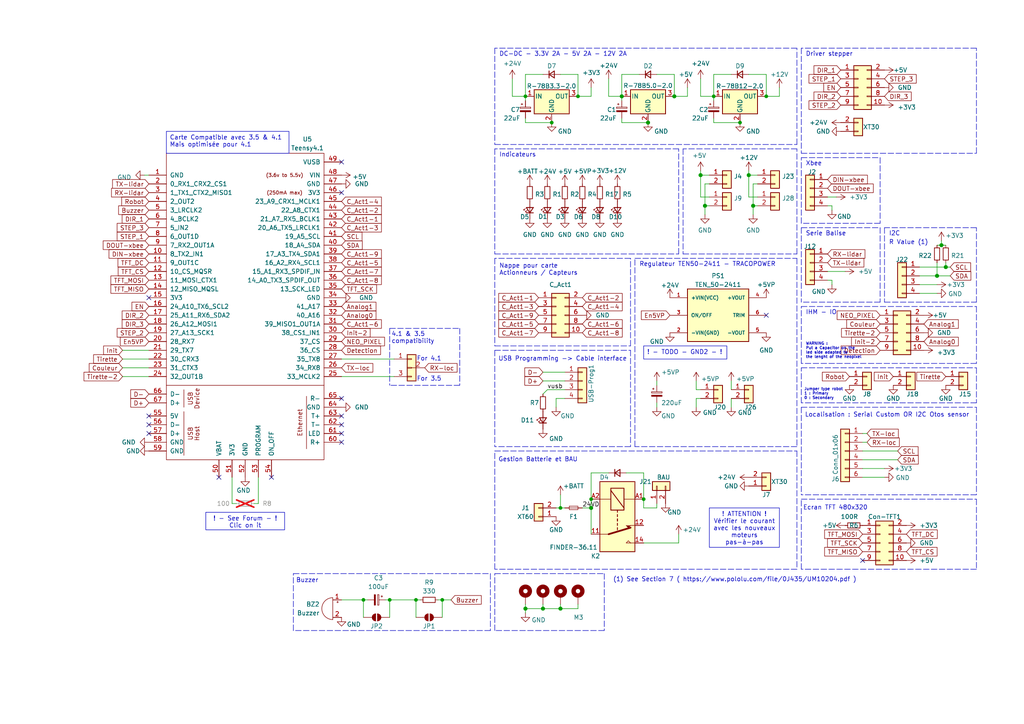
<source format=kicad_sch>
(kicad_sch (version 20231120) (generator "eeschema") (generator_version "8.0")
  (paper "A4")
  (title_block (title "Main Board 2025") (date "2024-05-16") (rev "1") (company "Les Karibous") (comment 1 "Version Teensy 4.1"))
  (junction (at 204.47 59.69) (diameter 1.016))
  (junction (at 152.4 27.94))
  (junction (at 218.44 59.69) (diameter 1.016))
  (junction (at 162.56 147.32))
  (junction (at 207.01 27.94))
  (junction (at 271.78 80.01) (diameter 1.016))
  (junction (at 186.69 144.78))
  (junction (at 273.05 71.12) (diameter 1.016))
  (junction (at 160.02 35.56))
  (junction (at 222.25 27.94))
  (junction (at 120.65 173.99))
  (junction (at 128.27 173.99))
  (junction (at 217.17 50.8) (diameter 1.016))
  (junction (at 171.45 144.78))
  (junction (at 180.34 27.94) (diameter 1.016))
  (junction (at 171.45 147.32) (diameter 1.016))
  (junction (at 105.41 173.99))
  (junction (at 162.56 176.53) (diameter 1.016))
  (junction (at 157.48 176.53) (diameter 1.016))
  (junction (at 167.64 27.94))
  (junction (at 195.58 27.94) (diameter 1.016))
  (junction (at 187.96 35.56) (diameter 1.016))
  (junction (at 113.03 173.99))
  (junction (at 152.4 176.53) (diameter 1.016))
  (junction (at 203.2 50.8) (diameter 1.016))
  (junction (at 214.63 35.56))
  (junction (at 274.32 77.47) (diameter 1.016))
  (no_connect (at 99.06 115.57))
  (no_connect (at 222.25 91.44))
  (no_connect (at 250.19 162.56))
  (no_connect (at 78.74 138.43))
  (no_connect (at 43.18 120.65))
  (no_connect (at 99.06 46.99))
  (no_connect (at 43.18 123.19))
  (no_connect (at 63.5 138.43))
  (no_connect (at 99.06 55.88))
  (no_connect (at 99.06 123.19))
  (no_connect (at 43.18 125.73))
  (no_connect (at 99.06 125.73))
  (no_connect (at 43.18 86.36))
  (no_connect (at 99.06 120.65))
  (no_connect (at 99.06 128.27))
  (polyline (pts (xy 283.21 88.9) (xy 283.21 105.41)) (stroke (width 0) (type dash)))
  (polyline (pts (xy 133.35 95.25) (xy 133.35 111.76)) (stroke (width 0) (type dash)))
  (wire (pts (xy 207.01 35.56) (xy 214.63 35.56)))
  (wire (pts (xy 190.5 21.59) (xy 195.58 21.59)))
  (wire (pts (xy 195.58 21.59) (xy 195.58 27.94)))
  (wire (pts (xy 35.56 109.22) (xy 43.18 109.22)))
  (wire (pts (xy 99.06 173.99) (xy 105.41 173.99)))
  (wire (pts (xy 250.19 130.81) (xy 260.35 130.81)))
  (wire (pts (xy 176.53 22.86) (xy 176.53 27.94)))
  (wire (pts (xy 250.19 125.73) (xy 251.46 125.73)))
  (wire (pts (xy 35.56 101.6) (xy 43.18 101.6)))
  (wire (pts (xy 250.19 128.27) (xy 251.46 128.27)))
  (polyline (pts (xy 231.14 129.54) (xy 184.15 129.54)) (stroke (width 0) (type dash)))
  (wire (pts (xy 128.27 173.99) (xy 128.27 179.07)))
  (wire (pts (xy 207.01 21.59) (xy 207.01 27.94)))
  (polyline (pts (xy 283.21 116.84) (xy 232.41 116.84)) (stroke (width 0) (type dash)))
  (wire (pts (xy 158.75 113.03) (xy 157.48 114.3)))
  (polyline (pts (xy 175.26 182.88) (xy 143.51 182.88)) (stroke (width 0) (type dash)))
  (wire (pts (xy 203.2 22.86) (xy 203.2 27.94)))
  (polyline (pts (xy 85.09 166.37) (xy 142.24 166.37)) (stroke (width 0) (type dash)))
  (wire (pts (xy 271.78 80.01) (xy 275.59 80.01)))
  (wire (pts (xy 186.69 144.78) (xy 186.69 147.32)))
  (polyline (pts (xy 231.14 74.93) (xy 231.14 129.54)) (stroke (width 0) (type dash)))
  (polyline (pts (xy 143.51 74.93) (xy 143.51 100.33)) (stroke (width 0) (type dash)))
  (wire (pts (xy 111.76 173.99) (xy 113.03 173.99)))
  (wire (pts (xy 266.7 82.55) (xy 271.78 82.55)))
  (wire (pts (xy 73.66 146.05) (xy 74.93 146.05)))
  (wire (pts (xy 212.09 115.57) (xy 212.09 118.11)))
  (wire (pts (xy 152.4 34.29) (xy 152.4 35.56)))
  (wire (pts (xy 203.2 27.94) (xy 207.01 27.94)))
  (wire (pts (xy 274.32 76.2) (xy 274.32 77.47)))
  (wire (pts (xy 162.56 175.26) (xy 162.56 176.53)))
  (wire (pts (xy 41.91 50.8) (xy 43.18 50.8)))
  (polyline (pts (xy 232.41 116.84) (xy 232.41 106.68)) (stroke (width 0) (type dash)))
  (wire (pts (xy 217.17 50.8) (xy 217.17 49.53)))
  (wire (pts (xy 219.71 50.8) (xy 217.17 50.8)))
  (polyline (pts (xy 142.24 166.37) (xy 142.24 182.88)) (stroke (width 0) (type dash)))
  (wire (pts (xy 201.93 118.11) (xy 201.93 115.57)))
  (wire (pts (xy 201.93 115.57) (xy 203.2 115.57)))
  (wire (pts (xy 171.45 27.94) (xy 167.64 27.94)))
  (wire (pts (xy 163.83 113.03) (xy 158.75 113.03)))
  (wire (pts (xy 99.06 109.22) (xy 114.3 109.22)))
  (wire (pts (xy 226.06 27.94) (xy 222.25 27.94)))
  (wire (pts (xy 190.5 146.05) (xy 190.5 147.32)))
  (wire (pts (xy 190.5 147.32) (xy 186.69 147.32)))
  (wire (pts (xy 180.34 27.94) (xy 180.34 29.21)))
  (wire (pts (xy 190.5 110.49) (xy 190.5 111.76)))
  (wire (pts (xy 180.34 34.29) (xy 180.34 35.56)))
  (wire (pts (xy 180.34 35.56) (xy 187.96 35.56)))
  (polyline (pts (xy 113.03 95.25) (xy 133.35 95.25)) (stroke (width 0) (type dash)))
  (wire (pts (xy 250.19 135.89) (xy 256.54 135.89)))
  (polyline (pts (xy 198.12 43.18) (xy 198.12 73.66)) (stroke (width 0) (type dash)))
  (polyline (pts (xy 182.88 101.6) (xy 182.88 129.54)) (stroke (width 0) (type dash)))
  (wire (pts (xy 157.48 107.95) (xy 163.83 107.95)))
  (wire (pts (xy 152.4 35.56) (xy 160.02 35.56)))
  (wire (pts (xy 167.64 21.59) (xy 167.64 27.94)))
  (polyline (pts (xy 232.41 106.68) (xy 283.21 106.68)) (stroke (width 0) (type dash)))
  (polyline (pts (xy 232.41 144.78) (xy 283.21 144.78)) (stroke (width 0) (type dash)))
  (polyline (pts (xy 143.51 166.37) (xy 175.26 166.37)) (stroke (width 0) (type dash)))
  (wire (pts (xy 120.65 173.99) (xy 120.65 179.07)))
  (wire (pts (xy 222.25 21.59) (xy 222.25 27.94)))
  (wire (pts (xy 67.31 138.43) (xy 67.31 146.05)))
  (wire (pts (xy 35.56 106.68) (xy 43.18 106.68)))
  (wire (pts (xy 203.2 57.15) (xy 203.2 50.8)))
  (wire (pts (xy 157.48 175.26) (xy 157.48 176.53)))
  (polyline (pts (xy 232.41 64.77) (xy 232.41 45.72)) (stroke (width 0) (type dash)))
  (wire (pts (xy 207.01 34.29) (xy 207.01 35.56)))
  (polyline (pts (xy 232.41 165.1) (xy 232.41 144.78)) (stroke (width 0) (type dash)))
  (wire (pts (xy 266.7 85.09) (xy 271.78 85.09)))
  (wire (pts (xy 201.93 113.03) (xy 201.93 110.49)))
  (wire (pts (xy 203.2 113.03) (xy 201.93 113.03)))
  (polyline (pts (xy 196.85 73.66) (xy 196.85 43.18)) (stroke (width 0) (type dash)))
  (wire (pts (xy 74.93 138.43) (xy 74.93 146.05)))
  (wire (pts (xy 67.31 146.05) (xy 68.58 146.05)))
  (polyline (pts (xy 184.15 129.54) (xy 184.15 74.93)) (stroke (width 0) (type dash)))
  (wire (pts (xy 273.05 69.85) (xy 273.05 71.12)))
  (wire (pts (xy 35.56 104.14) (xy 43.18 104.14)))
  (polyline (pts (xy 232.41 45.72) (xy 255.27 45.72)) (stroke (width 0) (type dash)))
  (wire (pts (xy 171.45 25.4) (xy 171.45 27.94)))
  (wire (pts (xy 148.59 27.94) (xy 152.4 27.94)))
  (polyline (pts (xy 184.15 74.93) (xy 231.14 74.93)) (stroke (width 0) (type dash)))
  (polyline (pts (xy 231.14 13.97) (xy 143.51 13.97)) (stroke (width 0) (type dash)))
  (polyline (pts (xy 231.14 41.91) (xy 231.14 13.97)) (stroke (width 0) (type dash)))
  (polyline (pts (xy 143.51 41.91) (xy 231.14 41.91)) (stroke (width 0) (type dash)))
  (polyline (pts (xy 143.51 13.97) (xy 143.51 41.91)) (stroke (width 0) (type dash)))
  (wire (pts (xy 171.45 144.78) (xy 171.45 137.16)))
  (wire (pts (xy 226.06 25.4) (xy 226.06 27.94)))
  (polyline (pts (xy 85.09 182.88) (xy 85.09 166.37)) (stroke (width 0) (type dash)))
  (polyline (pts (xy 142.24 182.88) (xy 85.09 182.88)) (stroke (width 0) (type dash)))
  (wire (pts (xy 157.48 21.59) (xy 152.4 21.59)))
  (wire (pts (xy 241.3 59.69) (xy 241.3 60.96)))
  (wire (pts (xy 161.29 115.57) (xy 161.29 118.11)))
  (wire (pts (xy 205.74 57.15) (xy 203.2 57.15)))
  (wire (pts (xy 240.03 78.74) (xy 245.11 78.74)))
  (polyline (pts (xy 231.14 43.18) (xy 198.12 43.18)) (stroke (width 0) (type dash)))
  (wire (pts (xy 218.44 59.69) (xy 219.71 59.69)))
  (polyline (pts (xy 182.88 129.54) (xy 143.51 129.54)) (stroke (width 0) (type dash)))
  (polyline (pts (xy 133.35 111.76) (xy 113.03 111.76)) (stroke (width 0) (type dash)))
  (wire (pts (xy 176.53 27.94) (xy 180.34 27.94)))
  (polyline (pts (xy 232.41 118.11) (xy 232.41 143.51)) (stroke (width 0) (type dash)))
  (wire (pts (xy 152.4 21.59) (xy 152.4 27.94)))
  (wire (pts (xy 205.74 50.8) (xy 203.2 50.8)))
  (wire (pts (xy 250.19 133.35) (xy 260.35 133.35)))
  (wire (pts (xy 105.41 173.99) (xy 105.41 179.07)))
  (polyline (pts (xy 232.41 66.04) (xy 232.41 87.63)) (stroke (width 0) (type dash)))
  (polyline (pts (xy 255.27 66.04) (xy 255.27 87.63)) (stroke (width 0) (type dash)))
  (polyline (pts (xy 232.41 66.04) (xy 255.27 66.04)) (stroke (width 0) (type dash)))
  (polyline (pts (xy 255.27 87.63) (xy 232.41 87.63)) (stroke (width 0) (type dash)))
  (wire (pts (xy 266.7 80.01) (xy 271.78 80.01)))
  (wire (pts (xy 271.78 76.2) (xy 271.78 80.01)))
  (wire (pts (xy 204.47 59.69) (xy 205.74 59.69)))
  (wire (pts (xy 113.03 173.99) (xy 120.65 173.99)))
  (wire (pts (xy 181.61 137.16) (xy 186.69 137.16)))
  (wire (pts (xy 203.2 50.8) (xy 203.2 49.53)))
  (wire (pts (xy 196.85 154.94) (xy 196.85 157.48)))
  (polyline (pts (xy 143.51 43.18) (xy 143.51 73.66)) (stroke (width 0) (type dash)))
  (polyline (pts (xy 143.51 165.1) (xy 143.51 130.81)) (stroke (width 0) (type dash)))
  (polyline (pts (xy 231.14 130.81) (xy 231.14 165.1)) (stroke (width 0) (type dash)))
  (polyline (pts (xy 143.51 130.81) (xy 231.14 130.81)) (stroke (width 0) (type dash)))
  (polyline (pts (xy 231.14 165.1) (xy 143.51 165.1)) (stroke (width 0) (type dash)))
  (wire (pts (xy 99.06 104.14) (xy 114.3 104.14)))
  (polyline (pts (xy 182.88 74.93) (xy 143.51 74.93)) (stroke (width 0) (type dash)))
  (wire (pts (xy 205.74 53.34) (xy 204.47 53.34)))
  (wire (pts (xy 271.78 71.12) (xy 273.05 71.12)))
  (wire (pts (xy 273.05 71.12) (xy 274.32 71.12)))
  (wire (pts (xy 113.03 173.99) (xy 113.03 179.07)))
  (wire (pts (xy 212.09 21.59) (xy 207.01 21.59)))
  (wire (pts (xy 105.41 173.99) (xy 106.68 173.99)))
  (wire (pts (xy 204.47 53.34) (xy 204.47 59.69)))
  (wire (pts (xy 204.47 59.69) (xy 204.47 62.23)))
  (wire (pts (xy 185.42 21.59) (xy 180.34 21.59)))
  (wire (pts (xy 180.34 21.59) (xy 180.34 27.94)))
  (wire (pts (xy 199.39 25.4) (xy 199.39 27.94)))
  (wire (pts (xy 199.39 27.94) (xy 195.58 27.94)))
  (wire (pts (xy 190.5 116.84) (xy 190.5 118.11)))
  (wire (pts (xy 186.69 137.16) (xy 186.69 144.78)))
  (wire (pts (xy 171.45 147.32) (xy 171.45 144.78)))
  (wire (pts (xy 171.45 137.16) (xy 176.53 137.16)))
  (polyline (pts (xy 143.51 101.6) (xy 182.88 101.6)) (stroke (width 0) (type dash)))
  (polyline (pts (xy 143.51 101.6) (xy 143.51 129.54)) (stroke (width 0) (type dash)))
  (polyline (pts (xy 143.51 100.33) (xy 182.88 100.33)) (stroke (width 0) (type dash)))
  (wire (pts (xy 217.17 57.15) (xy 217.17 50.8)))
  (wire (pts (xy 219.71 57.15) (xy 217.17 57.15)))
  (wire (pts (xy 240.03 81.28) (xy 241.3 81.28)))
  (wire (pts (xy 241.3 81.28) (xy 241.3 82.55)))
  (wire (pts (xy 120.65 173.99) (xy 121.92 173.99)))
  (polyline (pts (xy 283.21 144.78) (xy 283.21 165.1)) (stroke (width 0) (type dash)))
  (polyline (pts (xy 231.14 73.66) (xy 231.14 43.18)) (stroke (width 0) (type dash)))
  (wire (pts (xy 186.69 157.48) (xy 196.85 157.48)))
  (wire (pts (xy 250.19 138.43) (xy 256.54 138.43)))
  (wire (pts (xy 148.59 22.86) (xy 148.59 27.94)))
  (polyline (pts (xy 283.21 106.68) (xy 283.21 116.84)) (stroke (width 0) (type dash)))
  (wire (pts (xy 162.56 147.32) (xy 163.83 147.32)))
  (wire (pts (xy 162.56 143.51) (xy 162.56 147.32)))
  (polyline (pts (xy 283.21 105.41) (xy 232.41 105.41)) (stroke (width 0) (type dash)))
  (polyline (pts (xy 255.27 64.77) (xy 232.41 64.77)) (stroke (width 0) (type dash)))
  (wire (pts (xy 217.17 21.59) (xy 222.25 21.59)))
  (polyline (pts (xy 143.51 73.66) (xy 196.85 73.66)) (stroke (width 0) (type dash)))
  (wire (pts (xy 207.01 27.94) (xy 207.01 29.21)))
  (wire (pts (xy 240.03 57.15) (xy 242.57 57.15)))
  (wire (pts (xy 128.27 173.99) (xy 130.81 173.99)))
  (polyline (pts (xy 232.41 88.9) (xy 283.21 88.9)) (stroke (width 0) (type dash)))
  (polyline (pts (xy 255.27 45.72) (xy 255.27 64.77)) (stroke (width 0) (type dash)))
  (polyline (pts (xy 143.51 182.88) (xy 143.51 166.37)) (stroke (width 0) (type dash)))
  (wire (pts (xy 171.45 147.32) (xy 171.45 154.94)))
  (polyline (pts (xy 182.88 100.33) (xy 182.88 74.93)) (stroke (width 0) (type dash)))
  (wire (pts (xy 168.91 147.32) (xy 171.45 147.32)))
  (wire (pts (xy 161.29 115.57) (xy 163.83 115.57)))
  (wire (pts (xy 152.4 27.94) (xy 152.4 29.21)))
  (wire (pts (xy 212.09 110.49) (xy 212.09 113.03)))
  (polyline (pts (xy 196.85 43.18) (xy 143.51 43.18)) (stroke (width 0) (type dash)))
  (polyline (pts (xy 283.21 165.1) (xy 232.41 165.1)) (stroke (width 0) (type dash)))
  (wire (pts (xy 157.48 110.49) (xy 163.83 110.49)))
  (polyline (pts (xy 283.21 87.63) (xy 283.21 66.04)) (stroke (width 0) (type dash)))
  (polyline (pts (xy 256.54 87.63) (xy 283.21 87.63)) (stroke (width 0) (type dash)))
  (polyline (pts (xy 283.21 66.04) (xy 256.54 66.04)) (stroke (width 0) (type dash)))
  (polyline (pts (xy 256.54 66.04) (xy 256.54 87.63)) (stroke (width 0) (type dash)))
  (wire (pts (xy 274.32 77.47) (xy 275.59 77.47)))
  (wire (pts (xy 266.7 77.47) (xy 274.32 77.47)))
  (wire (pts (xy 240.03 59.69) (xy 241.3 59.69)))
  (polyline (pts (xy 232.41 13.97) (xy 232.41 44.45)) (stroke (width 0) (type dash)))
  (polyline (pts (xy 232.41 44.45) (xy 283.21 44.45)) (stroke (width 0) (type dash)))
  (polyline (pts (xy 283.21 44.45) (xy 283.21 13.97)) (stroke (width 0) (type dash)))
  (polyline (pts (xy 283.21 13.97) (xy 232.41 13.97)) (stroke (width 0) (type dash)))
  (polyline (pts (xy 283.21 143.51) (xy 232.41 143.51)) (stroke (width 0) (type dash)))
  (polyline (pts (xy 198.12 73.66) (xy 231.14 73.66)) (stroke (width 0) (type dash)))
  (polyline (pts (xy 175.26 166.37) (xy 175.26 182.88)) (stroke (width 0) (type dash)))
  (polyline (pts (xy 232.41 118.11) (xy 283.21 118.11)) (stroke (width 0) (type dash)))
  (wire (pts (xy 157.48 176.53) (xy 152.4 176.53)))
  (wire (pts (xy 167.64 175.26) (xy 167.64 176.53)))
  (wire (pts (xy 167.64 176.53) (xy 162.56 176.53)))
  (wire (pts (xy 162.56 176.53) (xy 157.48 176.53)))
  (wire (pts (xy 161.29 147.32) (xy 162.56 147.32)))
  (polyline (pts (xy 232.41 105.41) (xy 232.41 88.9)) (stroke (width 0) (type dash)))
  (wire (pts (xy 152.4 175.26) (xy 152.4 176.53)))
  (wire (pts (xy 152.4 176.53) (xy 152.4 177.8)))
  (wire (pts (xy 162.56 21.59) (xy 167.64 21.59)))
  (polyline (pts (xy 283.21 118.11) (xy 283.21 143.51)) (stroke (width 0) (type dash)))
  (wire (pts (xy 127 173.99) (xy 128.27 173.99)))
  (wire (pts (xy 218.44 53.34) (xy 218.44 59.69)))
  (wire (pts (xy 219.71 53.34) (xy 218.44 53.34)))
  (wire (pts (xy 218.44 59.69) (xy 218.44 62.23)))
  (polyline (pts (xy 113.03 95.25) (xy 113.03 111.76)) (stroke (width 0) (type dash)))
  (text_box "Carte Compatible avec 3.5 & 4.1\nMais optimisée pour 4.1" (at 48.26 38.1 0) (size 35.56 6.35) (effects (font (size 1.27 1.27)) (justify left top)))
  (text_box "! - See Forum - !\nClic on it" (at 59.69 148.59 0) (size 22.86 5.08) (effects (font (size 1.27 1.27)) (justify top)))
  (text_box "! ATTENTION !\nVérifier le courant\navec les nouveaux\nmoteurs pas-à-pas" (at 205.74 147.32 0) (size 20.32 11.43) (effects (font (size 1.27 1.27)) (justify top)))
  (text_box "! - TODO - GND2 - !" (at 186.69 100.33 0) (size 24.13 3.81) (effects (font (size 1.27 1.27)) (justify left top)))
  (text "Localisation : Serial Custom OR I2C Otos sensor" (at 233.426 121.158 0) (effects (font (size 1.27 1.27)) (justify left bottom)))
  (text "USB Programming -> Cable interface" (at 144.526 104.902 0) (effects (font (size 1.27 1.27)) (justify left bottom)))
  (text "Nappe pour carte\nActionneurs / Capteurs" (at 144.78 80.01 0) (effects (font (size 1.27 1.27)) (justify left bottom)))
  (text "Gestion Batterie et BAU" (at 144.526 134.112 0) (effects (font (size 1.27 1.27)) (justify left bottom)))
  (text "WARNING :\nPut a Capacitor on the \nled side adapted to \nthe lenght of the neopixel" (at 233.68 104.14 0) (effects (font (size 0.8 0.8)) (justify left bottom)))
  (text "For 4.1" (at 124.46 104.14 0) (effects (font (size 1.27 1.27))))
  (text "4.1 & 3.5 \ncompatibility" (at 113.538 98.044 0) (effects (font (size 1.27 1.27)) (justify left)))
  (text "(1) See Section 7 ( https://www.pololu.com/file/0J435/UM10204.pdf )" (at 177.8 168.91 0) (effects (font (size 1.27 1.27)) (justify left bottom)))
  (text "Serie Balise" (at 233.68 68.58 0) (effects (font (size 1.27 1.27)) (justify left bottom)))
  (text "Buzzer" (at 85.852 169.164 0) (effects (font (size 1.27 1.27)) (justify left bottom)))
  (text "Jumper type robot\n1 : Primary\n0 : Secondary" (at 233.2093 116.0303 0) (effects (font (size 0.8 0.8)) (justify left bottom)))
  (text "Driver stepper" (at 233.68 16.51 0) (effects (font (size 1.27 1.27)) (justify left bottom)))
  (text "Xbee" (at 233.68 48.26 0) (effects (font (size 1.27 1.27)) (justify left bottom)))
  (text "Ecran TFT 480x320" (at 232.918 148.082 0) (effects (font (size 1.27 1.27)) (justify left bottom)))
  (text "DC-DC - 3.3V 2A - 5V 2A - 12V 2A" (at 144.78 16.51 0) (effects (font (size 1.27 1.27)) (justify left bottom)))
  (text "For 3.5" (at 124.46 109.982 0) (effects (font (size 1.27 1.27))))
  (text "R Value (1)" (at 257.81 71.12 0) (effects (font (size 1.27 1.27)) (justify left bottom)))
  (text "Regulateur TEN50-2411 - TRACOPOWER" (at 185.42 77.47 0) (effects (font (size 1.27 1.27)) (justify left bottom)))
  (text "Indicateurs" (at 144.78 45.72 0) (effects (font (size 1.27 1.27)) (justify left bottom)))
  (text "IHM - IO" (at 233.68 91.44 0) (effects (font (size 1.27 1.27)) (justify left bottom)))
  (text "I2C" (at 257.81 68.58 0) (effects (font (size 1.27 1.27)) (justify left bottom)))
  (label "vusb" (at 158.75 113.03 0))
  (label "24VD" (at 168.91 147.32 0))
  (global_label "C_Act1-5" (shape input) (at 99.06 76.2 0) (property "Intersheetrefs" "${INTERSHEET_REFS}" (effects (hide yes))))
  (global_label "Couleur" (shape input) (at 255.27 93.98 180) (property "Intersheetrefs" "${INTERSHEET_REFS}" (effects (hide yes))))
  (global_label "EN" (shape input) (at 243.84 25.4 180) (property "Intersheetrefs" "${INTERSHEET_REFS}" (effects (hide yes))))
  (global_label "C_Act1-4" (shape input) (at 168.91 88.9 0) (property "Intersheetrefs" "${INTERSHEET_REFS}" (effects (hide yes))))
  (global_label "NEO_PIXEL" (shape input) (at 255.27 91.44 180) (property "Intersheetrefs" "${INTERSHEET_REFS}" (effects (hide yes))))
  (global_label "C_Act1-3" (shape input) (at 156.21 88.9 180) (property "Intersheetrefs" "${INTERSHEET_REFS}" (effects (hide yes))))
  (global_label "TFT_CS" (shape input) (at 262.89 160.02 0) (property "Intersheetrefs" "${INTERSHEET_REFS}" (effects (hide yes))))
  (global_label "TFT_DC" (shape input) (at 43.18 76.2 180) (property "Intersheetrefs" "${INTERSHEET_REFS}" (effects (hide yes))))
  (global_label "SDA" (shape input) (at 99.06 71.12 0) (property "Intersheetrefs" "${INTERSHEET_REFS}" (effects (hide yes))))
  (global_label "DOUT-xbee" (shape input) (at 240.03 54.61 0) (property "Intersheetrefs" "${INTERSHEET_REFS}" (effects (hide yes))))
  (global_label "SCL" (shape input) (at 275.59 77.47 0) (property "Intersheetrefs" "${INTERSHEET_REFS}" (effects (hide yes))))
  (global_label "RX-lidar" (shape input) (at 43.18 55.88 180) (property "Intersheetrefs" "${INTERSHEET_REFS}" (effects (hide yes))))
  (global_label "DIR_1" (shape input) (at 243.84 20.32 180) (property "Intersheetrefs" "${INTERSHEET_REFS}" (effects (hide yes))))
  (global_label "RX-loc" (shape input) (at 251.46 128.27 0) (property "Intersheetrefs" "${INTERSHEET_REFS}" (effects (hide yes))))
  (global_label "TFT_CS" (shape input) (at 43.18 78.74 180) (property "Intersheetrefs" "${INTERSHEET_REFS}" (effects (hide yes))))
  (global_label "STEP_2" (shape input) (at 243.84 30.48 180) (property "Intersheetrefs" "${INTERSHEET_REFS}" (effects (hide yes))))
  (global_label "Robot" (shape input) (at 246.38 109.22 180) (property "Intersheetrefs" "${INTERSHEET_REFS}" (effects (hide yes))))
  (global_label "TFT_MISO" (shape input) (at 43.18 83.82 180) (property "Intersheetrefs" "${INTERSHEET_REFS}" (effects (hide yes))))
  (global_label "TFT_MOSI" (shape input) (at 43.18 81.28 180) (property "Intersheetrefs" "${INTERSHEET_REFS}" (effects (hide yes))))
  (global_label "C_Act1-8" (shape input) (at 168.91 96.52 0) (property "Intersheetrefs" "${INTERSHEET_REFS}" (effects (hide yes))))
  (global_label "DIN-xbee" (shape input) (at 240.03 52.07 0) (property "Intersheetrefs" "${INTERSHEET_REFS}" (effects (hide yes))))
  (global_label "Analog1" (shape input) (at 267.97 93.98 0) (property "Intersheetrefs" "${INTERSHEET_REFS}" (effects (hide yes))))
  (global_label "C_Act1-4" (shape input) (at 99.06 58.42 0) (property "Intersheetrefs" "${INTERSHEET_REFS}" (effects (hide yes))))
  (global_label "Analog0" (shape input) (at 267.97 99.06 0) (property "Intersheetrefs" "${INTERSHEET_REFS}" (effects (hide yes))))
  (global_label "SDA" (shape input) (at 275.59 80.01 0) (property "Intersheetrefs" "${INTERSHEET_REFS}" (effects (hide yes))))
  (global_label "D+" (shape input) (at 157.48 110.49 180) (property "Intersheetrefs" "${INTERSHEET_REFS}" (effects (hide yes))))
  (global_label "STEP_3" (shape input) (at 256.54 22.86 0) (property "Intersheetrefs" "${INTERSHEET_REFS}" (effects (hide yes))))
  (global_label "Init" (shape input) (at 35.56 101.6 180) (property "Intersheetrefs" "${INTERSHEET_REFS}" (effects (hide yes))))
  (global_label "TFT_MISO" (shape input) (at 250.19 160.02 180) (property "Intersheetrefs" "${INTERSHEET_REFS}" (effects (hide yes))))
  (global_label "C_Act1-1" (shape input) (at 99.06 63.5 0) (property "Intersheetrefs" "${INTERSHEET_REFS}" (effects (hide yes))))
  (global_label "DIR_3" (shape input) (at 256.54 27.94 0) (property "Intersheetrefs" "${INTERSHEET_REFS}" (effects (hide yes))))
  (global_label "C_Act1-5" (shape input) (at 156.21 93.98 180) (property "Intersheetrefs" "${INTERSHEET_REFS}" (effects (hide yes))))
  (global_label "STEP_3" (shape input) (at 43.18 66.04 180) (property "Intersheetrefs" "${INTERSHEET_REFS}" (effects (hide yes))))
  (global_label "C_Act1-1" (shape input) (at 156.21 86.36 180) (property "Intersheetrefs" "${INTERSHEET_REFS}" (effects (hide yes))))
  (global_label "Init" (shape input) (at 259.08 109.22 180) (property "Intersheetrefs" "${INTERSHEET_REFS}" (effects (hide yes))))
  (global_label "Analog1" (shape input) (at 99.06 88.9 0) (property "Intersheetrefs" "${INTERSHEET_REFS}" (effects (hide yes))))
  (global_label "C_Act1-7" (shape input) (at 99.06 78.74 0) (property "Intersheetrefs" "${INTERSHEET_REFS}" (effects (hide yes))))
  (global_label "DIR_2" (shape input) (at 43.18 91.44 180) (property "Intersheetrefs" "${INTERSHEET_REFS}" (effects (hide yes))))
  (global_label "TFT_SCK" (shape input) (at 99.06 83.82 0) (property "Intersheetrefs" "${INTERSHEET_REFS}" (effects (hide yes))))
  (global_label "DIR_2" (shape input) (at 243.84 27.94 180) (property "Intersheetrefs" "${INTERSHEET_REFS}" (effects (hide yes))))
  (global_label "Init-2" (shape input) (at 255.27 99.06 180) (property "Intersheetrefs" "${INTERSHEET_REFS}" (effects (hide yes))))
  (global_label "Tirette-2" (shape input) (at 35.56 109.22 180) (property "Intersheetrefs" "${INTERSHEET_REFS}" (effects (hide yes))))
  (global_label "C_Act1-6" (shape input) (at 168.91 93.98 0) (property "Intersheetrefs" "${INTERSHEET_REFS}" (effects (hide yes))))
  (global_label "EN" (shape input) (at 43.18 88.9 180) (property "Intersheetrefs" "${INTERSHEET_REFS}" (effects (hide yes))))
  (global_label "Init-2" (shape input) (at 99.06 96.52 0) (property "Intersheetrefs" "${INTERSHEET_REFS}" (effects (hide yes))))
  (global_label "TFT_MOSI" (shape input) (at 250.19 154.94 180) (property "Intersheetrefs" "${INTERSHEET_REFS}" (effects (hide yes))))
  (global_label "En5VP" (shape input) (at 43.18 99.06 180) (property "Intersheetrefs" "${INTERSHEET_REFS}" (effects (hide yes))))
  (global_label "D-" (shape input) (at 157.48 107.95 180) (property "Intersheetrefs" "${INTERSHEET_REFS}" (effects (hide yes))))
  (global_label "Detection" (shape input) (at 255.27 101.6 180) (property "Intersheetrefs" "${INTERSHEET_REFS}" (effects (hide yes))))
  (global_label "TFT_SCK" (shape input) (at 250.19 157.48 180) (property "Intersheetrefs" "${INTERSHEET_REFS}" (effects (hide yes))))
  (global_label "C_Act1-3" (shape input) (at 99.06 66.04 0) (property "Intersheetrefs" "${INTERSHEET_REFS}" (effects (hide yes))))
  (global_label "C_Act1-9" (shape input) (at 156.21 91.44 180) (property "Intersheetrefs" "${INTERSHEET_REFS}" (effects (hide yes))))
  (global_label "Detection" (shape input) (at 99.06 101.6 0) (property "Intersheetrefs" "${INTERSHEET_REFS}" (effects (hide yes))))
  (global_label "C_Act1-2" (shape input) (at 168.91 86.36 0) (property "Intersheetrefs" "${INTERSHEET_REFS}" (effects (hide yes))))
  (global_label "STEP_1" (shape input) (at 43.18 68.58 180) (property "Intersheetrefs" "${INTERSHEET_REFS}" (effects (hide yes))))
  (global_label "RX-loc" (shape input) (at 123.19 106.68 0) (property "Intersheetrefs" "${INTERSHEET_REFS}" (effects (hide yes))))
  (global_label "DIR_3" (shape input) (at 43.18 93.98 180) (property "Intersheetrefs" "${INTERSHEET_REFS}" (effects (hide yes))))
  (global_label "STEP_1" (shape input) (at 243.84 22.86 180) (property "Intersheetrefs" "${INTERSHEET_REFS}" (effects (hide yes))))
  (global_label "TX-loc" (shape input) (at 99.06 106.68 0) (property "Intersheetrefs" "${INTERSHEET_REFS}" (effects (hide yes))))
  (global_label "Buzzer" (shape input) (at 43.18 60.96 180) (property "Intersheetrefs" "${INTERSHEET_REFS}" (effects (hide yes))))
  (global_label "D-" (shape input) (at 43.18 114.3 180) (property "Intersheetrefs" "${INTERSHEET_REFS}" (effects (hide yes))))
  (global_label "DIN-xbee" (shape input) (at 43.18 73.66 180) (property "Intersheetrefs" "${INTERSHEET_REFS}" (effects (hide yes))))
  (global_label "TX-lidar" (shape input) (at 43.18 53.34 180) (property "Intersheetrefs" "${INTERSHEET_REFS}" (effects (hide yes))))
  (global_label "RX-lidar" (shape input) (at 240.03 73.66 0) (property "Intersheetrefs" "${INTERSHEET_REFS}" (effects (hide yes))))
  (global_label "SCL" (shape input) (at 99.06 68.58 0) (property "Intersheetrefs" "${INTERSHEET_REFS}" (effects (hide yes))))
  (global_label "Robot" (shape input) (at 43.18 58.42 180) (property "Intersheetrefs" "${INTERSHEET_REFS}" (effects (hide yes))))
  (global_label "TX-loc" (shape input) (at 251.46 125.73 0) (property "Intersheetrefs" "${INTERSHEET_REFS}" (effects (hide yes))))
  (global_label "DOUT-xbee" (shape input) (at 43.18 71.12 180) (property "Intersheetrefs" "${INTERSHEET_REFS}" (effects (hide yes))))
  (global_label "C_Act1-8" (shape input) (at 99.06 81.28 0) (property "Intersheetrefs" "${INTERSHEET_REFS}" (effects (hide yes))))
  (global_label "Buzzer" (shape input) (at 130.81 173.99 0) (property "Intersheetrefs" "${INTERSHEET_REFS}" (effects (hide yes))))
  (global_label "C_Act1-6" (shape input) (at 99.06 93.98 0) (property "Intersheetrefs" "${INTERSHEET_REFS}" (effects (hide yes))))
  (global_label "SCL" (shape input) (at 260.35 130.81 0) (property "Intersheetrefs" "${INTERSHEET_REFS}" (effects (hide yes))))
  (global_label "C_Act1-7" (shape input) (at 156.21 96.52 180) (property "Intersheetrefs" "${INTERSHEET_REFS}" (effects (hide yes))))
  (global_label "TFT_DC" (shape input) (at 262.89 154.94 0) (property "Intersheetrefs" "${INTERSHEET_REFS}" (effects (hide yes))))
  (global_label "NEO_PIXEL" (shape input) (at 99.06 99.06 0) (property "Intersheetrefs" "${INTERSHEET_REFS}" (effects (hide yes))))
  (global_label "TX-lidar" (shape input) (at 240.03 76.2 0) (property "Intersheetrefs" "${INTERSHEET_REFS}" (effects (hide yes))))
  (global_label "C_Act1-2" (shape input) (at 99.06 60.96 0) (property "Intersheetrefs" "${INTERSHEET_REFS}" (effects (hide yes))))
  (global_label "Tirette" (shape input) (at 274.32 109.22 180) (property "Intersheetrefs" "${INTERSHEET_REFS}" (effects (hide yes))))
  (global_label "Tirette" (shape input) (at 35.56 104.14 180) (property "Intersheetrefs" "${INTERSHEET_REFS}" (effects (hide yes))))
  (global_label "En5VP" (shape input) (at 194.31 91.44 180) (property "Intersheetrefs" "${INTERSHEET_REFS}" (effects (hide yes))))
  (global_label "STEP_2" (shape input) (at 43.18 96.52 180) (property "Intersheetrefs" "${INTERSHEET_REFS}" (effects (hide yes))))
  (global_label "Couleur" (shape input) (at 35.56 106.68 180) (property "Intersheetrefs" "${INTERSHEET_REFS}" (effects (hide yes))))
  (global_label "D+" (shape input) (at 43.18 116.84 180) (property "Intersheetrefs" "${INTERSHEET_REFS}" (effects (hide yes))))
  (global_label "Tirette-2" (shape input) (at 255.27 96.52 180) (property "Intersheetrefs" "${INTERSHEET_REFS}" (effects (hide yes))))
  (global_label "DIR_1" (shape input) (at 43.18 63.5 180) (property "Intersheetrefs" "${INTERSHEET_REFS}" (effects (hide yes))))
  (global_label "SDA" (shape input) (at 260.35 133.35 0) (property "Intersheetrefs" "${INTERSHEET_REFS}" (effects (hide yes))))
  (global_label "Analog0" (shape input) (at 99.06 91.44 0) (property "Intersheetrefs" "${INTERSHEET_REFS}" (effects (hide yes))))
  (global_label "C_Act1-9" (shape input) (at 99.06 73.66 0) (property "Intersheetrefs" "${INTERSHEET_REFS}" (effects (hide yes))))
  (symbol (lib_id "Connector_Generic:Conn_02x05_Odd_Even") (at 260.35 96.52 0) (unit 1)
    (property "Reference" "IHM-IO1" (effects (hide yes)))
    (property "Value" "Conn_02x05_Odd_Even" (effects (hide yes)))
    (property "Footprint" "Connector_IDC:IDC-Header_2x05_P2.54mm_Vertical" (effects (hide yes)))
  )
  (symbol (lib_id "power:GND") (at 173.99 63.5 0) (unit 1)
    (property "Reference" "#PWR0178" (effects (hide yes)))
    (property "Value" "GND" (at 173.99 68.0626 0))
  )
  (symbol (lib_id "power:GND") (at 214.63 35.56 0) (unit 1)
    (property "Reference" "#PWR07" (effects (hide yes)))
    (property "Value" "GND" (at 218.44 38.1 0))
  )
  (symbol (lib_id "power:+24V") (at 158.75 53.34 0) (unit 1)
    (property "Reference" "#PWR0152" (effects (hide yes)))
    (property "Value" "+24V" (at 158.75 49.7354 0))
  )
  (symbol (lib_id "power:GND") (at 218.44 62.23 0) (unit 1)
    (property "Reference" "#PWR0137" (effects (hide yes)))
    (property "Value" "GND" (at 218.44 66.7926 0))
  )
  (symbol (lib_id "power:GND") (at 163.83 63.5 0) (unit 1)
    (property "Reference" "#PWR0151" (effects (hide yes)))
    (property "Value" "GND" (at 163.83 68.0626 0))
  )
  (symbol (lib_id "power:GND") (at 267.97 96.52 90) (unit 1)
    (property "Reference" "#PWR04" (effects (hide yes)))
    (property "Value" "GND" (at 271.78 96.52 90) (effects (justify right)))
  )
  (symbol (lib_id "Device:LED_Small") (at 163.83 60.96 90) (unit 1)
    (property "Reference" "D3" (at 161.1577 62.8767 90) (effects (justify right)))
    (property "Value" "LED_Small" (effects (hide yes)))
    (property "Footprint" "LED_SMD:LED_1206_3216Metric_Pad1.42x1.75mm_HandSolder" (effects (hide yes)))
  )
  (symbol (lib_id "power:GND") (at 99.06 179.07 0) (mirror y) (unit 1)
    (property "Reference" "#PWR042" (effects (hide yes)))
    (property "Value" "GND" (at 102.616 181.102 0))
  )
  (symbol (lib_id "power:GND") (at 179.07 63.5 0) (unit 1)
    (property "Reference" "#PWR025" (effects (hide yes)))
    (property "Value" "GND" (at 179.07 68.0626 0))
  )
  (symbol (lib_id "Device:R_Small") (at 71.12 146.05 270) (unit 1) (dnp yes)
    (property "Reference" "R8" (at 77.47 146.05 90))
    (property "Value" "100" (at 64.77 146.05 90))
    (property "Footprint" "Resistor_SMD:R_1206_3216Metric_Pad1.30x1.75mm_HandSolder" (effects (hide yes)))
    (property "Datasheet" "https://forum.pjrc.com/index.php?threads/teensy-3-6-jumping-into-bootloader-while-running-code.60368/" (effects (hide yes)))
  )
  (symbol (lib_id "power:GND") (at 193.04 146.05 0) (unit 1)
    (property "Reference" "#PWR0143" (effects (hide yes)))
    (property "Value" "GND" (at 195.58 148.59 0))
  )
  (symbol (lib_id "power:+5V") (at 245.11 152.4 90) (unit 1)
    (property "Reference" "#PWR017" (effects (hide yes)))
    (property "Value" "+5V" (at 242.57 152.4 90) (effects (justify left)))
  )
  (symbol (lib_id "Device:R_Small") (at 163.83 55.88 180) (unit 1)
    (property "Reference" "R2" (at 165.3287 56.359 0) (effects (justify right)))
    (property "Value" "R_Small" (effects (hide yes)))
    (property "Footprint" "Resistor_SMD:R_1206_3216Metric_Pad1.30x1.75mm_HandSolder" (effects (hide yes)))
  )
  (symbol (lib_id "power:GND") (at 158.75 63.5 0) (unit 1)
    (property "Reference" "#PWR0106" (effects (hide yes)))
    (property "Value" "GND" (at 158.75 68.0626 0))
  )
  (symbol (lib_id "Device:LED_Small") (at 158.75 60.96 90) (unit 1)
    (property "Reference" "D1" (at 156.0958 62.8111 90) (effects (justify right)))
    (property "Value" "LED_Small" (effects (hide yes)))
    (property "Footprint" "LED_SMD:LED_1206_3216Metric_Pad1.42x1.75mm_HandSolder" (effects (hide yes)))
  )
  (symbol (lib_id "power:+24V") (at 196.85 154.94 0) (unit 1)
    (property "Reference" "#PWR0157" (effects (hide yes)))
    (property "Value" "+24V" (at 200.66 153.67 0))
  )
  (symbol (lib_id "power:+24V") (at 194.31 86.36 0) (unit 1)
    (property "Reference" "#PWR01" (effects (hide yes)))
    (property "Value" "+24V" (at 194.31 82.7554 0))
  )
  (symbol (lib_id "power:+5VP") (at 201.93 110.49 0) (unit 1)
    (property "Reference" "#PWR0163" (effects (hide yes)))
    (property "Value" "+5VP" (at 203.3271 109.8895 0) (effects (justify left)))
  )
  (symbol (lib_id "Device:LED_Small") (at 153.67 60.96 90) (unit 1)
    (property "Reference" "D5" (at 153.5436 62.8919 90) (effects (justify left)))
    (property "Value" "LED_Small" (effects (hide yes)))
    (property "Footprint" "LED_SMD:LED_1206_3216Metric_Pad1.42x1.75mm_HandSolder" (effects (hide yes)))
  )
  (symbol (lib_id "power:+24V") (at 217.17 138.43 90) (unit 1)
    (property "Reference" "#PWR0189" (effects (hide yes)))
    (property "Value" "+24V" (at 213.36 138.4299 90) (effects (justify left)))
  )
  (symbol (lib_id "Device:R_Small") (at 157.48 116.84 180) (unit 1)
    (property "Reference" "R7" (at 153.67 116.84 0) (effects (justify right)))
    (property "Value" "R_Small" (effects (hide yes)))
    (property "Footprint" "Resistor_SMD:R_1206_3216Metric_Pad1.30x1.75mm_HandSolder" (effects (hide yes)))
  )
  (symbol (lib_id "Device:R_Small") (at 168.91 55.88 180) (unit 1)
    (property "Reference" "R4" (at 170.4087 56.359 0) (effects (justify right)))
    (property "Value" "R_Small" (effects (hide yes)))
    (property "Footprint" "Resistor_SMD:R_1206_3216Metric_Pad1.30x1.75mm_HandSolder" (effects (hide yes)))
  )
  (symbol (lib_id "power:GND") (at 41.91 50.8 270) (unit 1)
    (property "Reference" "#PWR030" (effects (hide yes)))
    (property "Value" "GND" (at 38.1 51.435 90) (effects (justify right)))
  )
  (symbol (lib_id "Connector_Generic:Conn_01x02") (at 224.79 50.8 0) (unit 1)
    (property "Reference" "J23" (at 226.8221 51.1615 0) (effects (justify left)))
    (property "Value" "Conn_01x02" (effects (hide yes)))
    (property "Footprint" "Connector_Molex:Molex_KK-254_AE-6410-02A_1x02_P2.54mm_Vertical" (effects (hide yes)))
  )
  (symbol (lib_id "Connector_Generic:Conn_01x02") (at 190.5 140.97 90) (unit 1)
    (property "Reference" "J21" (at 185.42 139.7 90) (effects (justify right)))
    (property "Value" "BAU" (at 190.5 138.43 90) (effects (justify right)))
    (property "Footprint" "Connector_Molex:Molex_KK-396_A-41791-0002_1x02_P3.96mm_Vertical" (effects (hide yes)))
  )
  (symbol (lib_id "Connector_Generic:Conn_02x05_Odd_Even") (at 161.29 91.44 0) (unit 1)
    (property "Reference" "C_Act1" (at 162.56 82.55 0))
    (property "Value" "Conn_02x05_Odd_Even" (effects (hide yes)))
    (property "Footprint" "Connector_IDC:IDC-Header_2x05_P2.54mm_Vertical" (effects (hide yes)))
  )
  (symbol (lib_id "Mechanical:MountingHole_Pad") (at 152.4 172.72 0) (unit 1)
    (property "Reference" "H1" (effects (hide yes)))
    (property "Value" "M3" (effects (hide yes)))
    (property "Footprint" "MountingHole:MountingHole_3.2mm_M3_Pad_Via" (effects (hide yes)))
  )
  (symbol (lib_id "Device:R_Small") (at 124.46 173.99 270) (unit 1)
    (property "Reference" "R9" (at 124.46 168.91 90))
    (property "Value" "330" (at 124.46 171.45 90))
    (property "Footprint" "Resistor_SMD:R_1206_3216Metric_Pad1.30x1.75mm_HandSolder" (effects (hide yes)))
  )
  (symbol (lib_id "Device:LED_Small") (at 173.99 60.96 90) (unit 1)
    (property "Reference" "D8" (at 171.4825 62.8919 90) (effects (justify right)))
    (property "Value" "LED_Small" (effects (hide yes)))
    (property "Footprint" "LED_SMD:LED_1206_3216Metric_Pad1.42x1.75mm_HandSolder" (effects (hide yes)))
  )
  (symbol (lib_id "Device:R_Small") (at 247.65 152.4 90) (unit 1)
    (property "Reference" "R6" (at 247.65 152.4 90))
    (property "Value" "100R" (at 248.92 149.86 90) (effects (justify left)))
    (property "Footprint" "Resistor_SMD:R_1206_3216Metric_Pad1.30x1.75mm_HandSolder" (effects (hide yes)))
  )
  (symbol (lib_id "power:GND") (at 256.54 138.43 90) (unit 1)
    (property "Reference" "#PWR046" (effects (hide yes)))
    (property "Value" "GND" (at 261.8064 138.5724 90))
  )
  (symbol (lib_id "Connector_Generic:Conn_02x05_Odd_Even") (at 255.27 157.48 0) (unit 1)
    (property "Reference" "Con-TFT1" (at 256.54 149.86 0))
    (property "Value" "Conn_02x05_Odd_Even" (effects (hide yes)))
    (property "Footprint" "Connector_IDC:IDC-Header_2x05_P2.54mm_Vertical" (effects (hide yes)))
  )
  (symbol (lib_id "power:+3V3") (at 273.05 69.85 0) (unit 1)
    (property "Reference" "#PWR041" (effects (hide yes)))
    (property "Value" "+3V3" (at 276.86 68.326 0))
  )
  (symbol (lib_id "power:+3V3") (at 271.78 82.55 270) (unit 1)
    (property "Reference" "#PWR044" (effects (hide yes)))
    (property "Value" "+3V3" (at 274.574 82.55 90) (effects (justify left)))
  )
  (symbol (lib_id "power:+5V") (at 256.54 20.32 270) (unit 1)
    (property "Reference" "#PWR038" (effects (hide yes)))
    (property "Value" "+5V" (at 259.08 20.32 90) (effects (justify left)))
  )
  (symbol (lib_id "Device:LED_Small") (at 179.07 60.96 90) (unit 1)
    (property "Reference" "D10" (at 176.5625 62.8919 90) (effects (justify right)))
    (property "Value" "LED_Small" (effects (hide yes)))
    (property "Footprint" "LED_SMD:LED_1206_3216Metric_Pad1.42x1.75mm_HandSolder" (effects (hide yes)))
  )
  (symbol (lib_id "Regulator_Switching:R-78B5.0-2.0") (at 187.96 27.94 0) (unit 1)
    (property "Reference" "U4" (effects (hide yes)))
    (property "Value" "R-78B5.0-2.0" (at 187.96 24.8435 0))
    (property "Footprint" "Converter_DCDC:Converter_DCDC_RECOM_R-78B-2.0_THT" (effects (hide yes)))
    (property "Datasheet" "https://www.recom-power.com/pdf/Innoline/R-78Bxx-2.0.pdf" (effects (hide yes)))
  )
  (symbol (lib_id "power:GND") (at 99.06 86.36 90) (unit 1)
    (property "Reference" "#PWR035" (effects (hide yes)))
    (property "Value" "GND" (at 104.14 86.36 90) (effects (justify right)))
  )
  (symbol (lib_id "Connector_Generic:Conn_01x04") (at 261.62 80.01 0) (mirror y) (unit 1)
    (property "Reference" "J22" (at 263.3979 75.2915 0) (effects (justify left)))
    (property "Value" "Conn_01x04" (effects (hide yes)))
    (property "Footprint" "Connector_Molex:Molex_KK-254_AE-6410-04A_1x04_P2.54mm_Vertical" (effects (hide yes)))
  )
  (symbol (lib_id "Mechanical:MountingHole_Pad") (at 162.56 172.72 0) (unit 1)
    (property "Reference" "H3" (effects (hide yes)))
    (property "Value" "M3" (effects (hide yes)))
    (property "Footprint" "MountingHole:MountingHole_3.2mm_M3_Pad_Via" (effects (hide yes)))
  )
  (symbol (lib_id "power:GND") (at 99.06 118.11 90) (unit 1)
    (property "Reference" "#PWR034" (effects (hide yes)))
    (property "Value" "GND" (at 102.87 118.11 90) (effects (justify right)))
  )
  (symbol (lib_id "Connector_Generic:Conn_01x02") (at 251.46 109.22 0) (unit 1)
    (property "Reference" "J8" (at 251.46 114.3 0))
    (property "Value" "Conn_01x02" (effects (hide yes)))
    (property "Footprint" "Connector_PinHeader_2.54mm:PinHeader_1x02_P2.54mm_Vertical" (effects (hide yes)))
  )
  (symbol (lib_id "Relay:FINDER-36.11") (at 179.07 149.86 270) (unit 1)
    (property "Reference" "K2" (at 172.72 161.29 90))
    (property "Value" "FINDER-36.11" (at 166.37 158.75 90))
    (property "Footprint" "Relay_THT:Relay_SPDT_Finder_36.11" (effects (hide yes)))
    (property "Datasheet" "https://gfinder.findernet.com/public/attachments/36/EN/S36EN.pdf" (effects (hide yes)))
  )
  (symbol (lib_id "power:+5V") (at 203.2 49.53 0) (unit 1)
    (property "Reference" "#PWR09" (effects (hide yes)))
    (property "Value" "+5V" (at 200.7871 45.1195 0) (effects (justify left)))
  )
  (symbol (lib_id "power:GND") (at 262.89 157.48 90) (unit 1)
    (property "Reference" "#PWR015" (effects (hide yes)))
    (property "Value" "GND" (at 266.7 157.4799 90) (effects (justify right)))
  )
  (symbol (lib_id "Device:R_Small") (at 271.78 73.66 180) (unit 1)
    (property "Reference" "R22" (at 270.2813 74.139 0) (effects (justify left)))
    (property "Value" "R_Small" (effects (hide yes)))
    (property "Footprint" "Resistor_SMD:R_1206_3216Metric_Pad1.30x1.75mm_HandSolder" (effects (hide yes)))
  )
  (symbol (lib_id "power:+24V") (at 243.84 35.56 90) (unit 1)
    (property "Reference" "#PWR026" (effects (hide yes)))
    (property "Value" "+24V" (at 240.03 35.5599 90) (effects (justify left)))
  )
  (symbol (lib_id "power:GND") (at 190.5 118.11 0) (unit 1)
    (property "Reference" "#PWR0171" (effects (hide yes)))
    (property "Value" "GND" (at 191.77 120.65 0) (effects (justify left)))
  )
  (symbol (lib_id "power:+3V3") (at 262.89 152.4 270) (unit 1)
    (property "Reference" "#PWR014" (effects (hide yes)))
    (property "Value" "+3V3" (at 266.7 152.3999 90) (effects (justify left)))
  )
  (symbol (lib_id "Device:LED_Small") (at 157.48 121.92 90) (unit 1)
    (property "Reference" "D11" (at 154.94 121.8565 90) (effects (justify left)))
    (property "Value" "LED_Small" (effects (hide yes)))
    (property "Footprint" "LED_SMD:LED_1206_3216Metric_Pad1.42x1.75mm_HandSolder" (effects (hide yes)))
  )
  (symbol (lib_id "Device:D_Small") (at 179.07 137.16 0) (unit 1)
    (property "Reference" "D4" (at 175.26 138.43 0))
    (property "Value" "D_Small" (effects (hide yes)))
    (property "Footprint" "Diode_SMD:D_SMA_Handsoldering" (effects (hide yes)))
  )
  (symbol (lib_id "power:GND") (at 222.25 96.52 0) (unit 1)
    (property "Reference" "#PWR03" (effects (hide yes)))
    (property "Value" "GND" (at 222.25 101.6 0))
  )
  (symbol (lib_id "power:+5VP") (at 222.25 86.36 0) (unit 1)
    (property "Reference" "#PWR02" (effects (hide yes)))
    (property "Value" "+5VP" (at 222.25 82.55 0))
  )
  (symbol (lib_id "power:GND") (at 241.3 60.96 0) (unit 1)
    (property "Reference" "#PWR0118" (effects (hide yes)))
    (property "Value" "GND" (at 244.8631 62.7971 0))
  )
  (symbol (lib_id "Connector_Generic:Conn_01x02") (at 210.82 50.8 0) (unit 1)
    (property "Reference" "J4" (at 212.8521 51.1615 0) (effects (justify left)))
    (property "Value" "Conn_01x02" (effects (hide yes)))
    (property "Footprint" "Connector_Molex:Molex_KK-254_AE-6410-02A_1x02_P2.54mm_Vertical" (effects (hide yes)))
  )
  (symbol (lib_id "power:GND") (at 152.4 177.8 0) (unit 1)
    (property "Reference" "#PWR0155" (effects (hide yes)))
    (property "Value" "GND" (at 156.21 179.8226 0))
  )
  (symbol (lib_id "Device:Buzzer") (at 96.52 176.53 0) (mirror y) (unit 1)
    (property "Reference" "BZ2" (at 92.71 175.26 0) (effects (justify left)))
    (property "Value" "Buzzer" (at 92.71 177.8 0) (effects (justify left)))
    (property "Footprint" "Buzzer_Beeper:Buzzer_12x9.5RM7.6" (effects (hide yes)))
  )
  (symbol (lib_id "Connector_Generic:Conn_01x02") (at 156.21 149.86 180) (unit 1)
    (property "Reference" "J1" (at 152.4 147.32 0))
    (property "Value" "XT60" (at 152.4 149.86 0))
    (property "Footprint" "Connector_AMASS:AMASS_XT60-M_1x02_P7.20mm_Vertical" (effects (hide yes)))
  )
  (symbol (lib_id "Connector_Generic:Conn_01x02") (at 248.92 38.1 0) (mirror x) (unit 1)
    (property "Reference" "J16" (effects (hide yes)))
    (property "Value" "XT30" (at 252.73 36.83 0))
    (property "Footprint" "Connector_AMASS:AMASS_XT30U-F_1x02_P5.0mm_Vertical" (effects (hide yes)))
  )
  (symbol (lib_id "power:+5V") (at 199.39 25.4 0) (unit 1)
    (property "Reference" "#PWR0103" (effects (hide yes)))
    (property "Value" "+5V" (at 196.85 21.59 0) (effects (justify left)))
  )
  (symbol (lib_id "power:GND") (at 43.18 128.27 270) (unit 1)
    (property "Reference" "#PWR033" (effects (hide yes)))
    (property "Value" "GND" (at 39.37 128.2699 90) (effects (justify right)))
  )
  (symbol (lib_id "Connector_Generic:Conn_01x04") (at 234.95 54.61 0) (mirror y) (unit 1)
    (property "Reference" "J2" (at 236.7279 49.8915 0) (effects (justify left)))
    (property "Value" "Conn_01x04" (effects (hide yes)))
    (property "Footprint" "Connector_Molex:Molex_KK-254_AE-6410-04A_1x04_P2.54mm_Vertical" (effects (hide yes)))
  )
  (symbol (lib_id "power:GND") (at 160.02 35.56 0) (unit 1)
    (property "Reference" "#PWR0156" (effects (hide yes)))
    (property "Value" "GND" (at 163.83 38.1 0))
  )
  (symbol (lib_id "Connector_Generic:Conn_01x04") (at 234.95 76.2 0) (mirror y) (unit 1)
    (property "Reference" "J12" (at 236.7279 71.4815 0) (effects (justify left)))
    (property "Value" "Conn_01x04" (effects (hide yes)))
    (property "Footprint" "Connector_Molex:Molex_KK-254_AE-6410-04A_1x04_P2.54mm_Vertical" (effects (hide yes)))
  )
  (symbol (lib_id "power:GND") (at 153.67 63.5 0) (unit 1)
    (property "Reference" "#PWR0131" (effects (hide yes)))
    (property "Value" "GND" (at 153.67 68.0626 0))
  )
  (symbol (lib_id "Connector_Generic:Conn_01x02") (at 224.79 57.15 0) (unit 1)
    (property "Reference" "J28" (at 226.8221 57.5115 0) (effects (justify left)))
    (property "Value" "Conn_01x02" (effects (hide yes)))
    (property "Footprint" "Connector_Molex:Molex_KK-254_AE-6410-02A_1x02_P2.54mm_Vertical" (effects (hide yes)))
  )
  (symbol (lib_id "Device:R_Small") (at 158.75 55.88 180) (unit 1)
    (property "Reference" "R1" (at 160.2487 56.359 0) (effects (justify right)))
    (property "Value" "R_Small" (effects (hide yes)))
    (property "Footprint" "Resistor_SMD:R_1206_3216Metric_Pad1.30x1.75mm_HandSolder" (effects (hide yes)))
  )
  (symbol (lib_id "Device:Fuse_Small") (at 166.37 147.32 0) (unit 1)
    (property "Reference" "F1" (at 166.37 149.86 0))
    (property "Value" "Fuse_Small" (effects (hide yes)))
    (property "Footprint" "Fuse:Fuseholder_Blade_Mini_Keystone_3568" (effects (hide yes)))
  )
  (symbol (lib_id "power:GND") (at 256.54 25.4 90) (unit 1)
    (property "Reference" "#PWR028" (effects (hide yes)))
    (property "Value" "GND" (at 260.35 25.4 90) (effects (justify right)))
  )
  (symbol (lib_id "power:+3V3") (at 267.97 101.6 270) (unit 1)
    (property "Reference" "#PWR011" (effects (hide yes)))
    (property "Value" "+3V3" (at 271.78 102.235 90) (effects (justify left)))
  )
  (symbol (lib_id "Mechanical:MountingHole_Pad") (at 157.48 172.72 0) (unit 1)
    (property "Reference" "H2" (effects (hide yes)))
    (property "Value" "M3" (effects (hide yes)))
    (property "Footprint" "MountingHole:MountingHole_3.2mm_M3_Pad_Via" (effects (hide yes)))
  )
  (symbol (lib_id "power:+BATT") (at 153.67 53.34 0) (unit 1)
    (property "Reference" "#PWR0132" (effects (hide yes)))
    (property "Value" "+BATT" (at 156.0413 49.707 0) (effects (justify right)))
  )
  (symbol (lib_id "power:+3V3") (at 173.99 53.34 0) (unit 1)
    (property "Reference" "#PWR0177" (effects (hide yes)))
    (property "Value" "+3V3" (at 171.45 49.53 0) (effects (justify left)))
  )
  (symbol (lib_id "power:+5V") (at 267.97 91.44 270) (unit 1)
    (property "Reference" "#PWR022" (effects (hide yes)))
    (property "Value" "+5V" (at 270.51 91.44 90) (effects (justify left)))
  )
  (symbol (lib_id "Connector_Generic:Conn_01x02") (at 208.28 113.03 0) (unit 1)
    (property "Reference" "J20" (at 207.01 118.11 0) (effects (justify left)))
    (property "Value" "BAU" (effects (hide yes)))
    (property "Footprint" "Connector_Molex:Molex_KK-396_A-41791-0002_1x02_P3.96mm_Vertical" (effects (hide yes)))
  )
  (symbol (lib_id "power:+5VP") (at 190.5 110.49 0) (unit 1)
    (property "Reference" "#PWR0165" (effects (hide yes)))
    (property "Value" "+5VP" (at 191.77 107.95 0) (effects (justify left)))
  )
  (symbol (lib_id "power:GND") (at 271.78 85.09 90) (unit 1)
    (property "Reference" "#PWR0136" (effects (hide yes)))
    (property "Value" "GND" (at 277.0464 85.2324 90))
  )
  (symbol (lib_id "power:GND") (at 201.93 118.11 0) (unit 1)
    (property "Reference" "#PWR0162" (effects (hide yes)))
    (property "Value" "GND" (at 203.8351 119.6685 0) (effects (justify left)))
  )
  (symbol (lib_id "Connector_Generic:Conn_01x02") (at 217.17 113.03 0) (unit 1)
    (property "Reference" "J26" (at 215.9 118.11 0) (effects (justify left)))
    (property "Value" "BAU" (effects (hide yes)))
    (property "Footprint" "Connector_Molex:Molex_KK-396_A-41791-0002_1x02_P3.96mm_Vertical" (effects (hide yes)))
  )
  (symbol (lib_id "power:+3V3") (at 256.54 30.48 270) (unit 1)
    (property "Reference" "#PWR029" (effects (hide yes)))
    (property "Value" "+3V3" (at 260.35 31.115 90) (effects (justify left)))
  )
  (symbol (lib_id "power:+24V") (at 176.53 22.86 0) (unit 1)
    (property "Reference" "#PWR0107" (effects (hide yes)))
    (property "Value" "+24V" (at 176.53 19.05 0))
  )
  (symbol (lib_id "Connector_Generic:Conn_02x05_Odd_Even") (at 248.92 25.4 0) (unit 1)
    (property "Reference" "IHM-IO2" (effects (hide yes)))
    (property "Value" "Conn_02x05_Odd_Even" (effects (hide yes)))
    (property "Footprint" "Connector_IDC:IDC-Header_2x05_P2.54mm_Vertical" (effects (hide yes)))
  )
  (symbol (lib_id "Jumper:SolderJumper_2_Open") (at 109.22 179.07 0) (unit 1) (exclude_from_sim yes) (in_bom no)
    (property "Reference" "JP2" (at 109.22 181.61 0))
    (property "Value" "SolderJumper_2_Open" (effects (hide yes)))
    (property "Footprint" "Jumper:SolderJumper-2_P1.3mm_Open_RoundedPad1.0x1.5mm" (effects (hide yes)))
    (property "Description" "Solder Jumper, 2-pole, open" (effects (hide yes)))
  )
  (symbol (lib_id "power:GND") (at 99.06 53.34 90) (unit 1)
    (property "Reference" "#PWR036" (effects (hide yes)))
    (property "Value" "GND" (at 102.87 53.34 90) (effects (justify right)))
  )
  (symbol (lib_id "power:GND") (at 168.91 63.5 0) (unit 1)
    (property "Reference" "#PWR0140" (effects (hide yes)))
    (property "Value" "GND" (at 168.91 68.0626 0))
  )
  (symbol (lib_id "Regulator_Switching:R-78B3.3-2.0") (at 160.02 27.94 0) (unit 1)
    (property "Reference" "U2" (effects (hide yes)))
    (property "Value" "R-78B3.3-2.0" (at 159.9723 24.9677 0))
    (property "Footprint" "Converter_DCDC:Converter_DCDC_RECOM_R-78B-2.0_THT" (effects (hide yes)))
    (property "Datasheet" "https://www.recom-power.com/pdf/Innoline/R-78Bxx-2.0.pdf" (effects (hide yes)))
  )
  (symbol (lib_id "Device:D_Small") (at 187.96 21.59 0) (unit 1)
    (property "Reference" "D2" (at 187.96 19.1474 0))
    (property "Value" "D_Small" (effects (hide yes)))
    (property "Footprint" "Diode_SMD:D_SMA_Handsoldering" (effects (hide yes)))
  )
  (symbol (lib_id "power:+5V") (at 163.83 53.34 0) (unit 1)
    (property "Reference" "#PWR0116" (effects (hide yes)))
    (property "Value" "+5V" (at 163.83 49.7354 0))
  )
  (symbol (lib_id "Device:R_Small") (at 274.32 73.66 180) (unit 1)
    (property "Reference" "R21" (at 275.8187 74.139 0) (effects (justify right)))
    (property "Value" "R_Small" (effects (hide yes)))
    (property "Footprint" "Resistor_SMD:R_1206_3216Metric_Pad1.30x1.75mm_HandSolder" (effects (hide yes)))
  )
  (symbol (lib_id "Mechanical:MountingHole_Pad") (at 167.64 172.72 0) (unit 1)
    (property "Reference" "H4" (effects (hide yes)))
    (property "Value" "M3" (at 166.37 179.07 0) (effects (justify left)))
    (property "Footprint" "MountingHole:MountingHole_3.2mm_M3_Pad_Via" (effects (hide yes)))
  )
  (symbol (lib_id "Device:CP_Small") (at 190.5 114.3 0) (unit 1)
    (property "Reference" "C6" (effects (hide yes)))
    (property "Value" "220uF" (at 191.77 116.84 0) (effects (justify left)))
    (property "Footprint" "Capacitor_THT:CP_Radial_D8.0mm_P3.80mm" (effects (hide yes)))
  )
  (symbol (lib_id "power:GND") (at 161.29 149.86 0) (unit 1)
    (property "Reference" "#PWR0144" (effects (hide yes)))
    (property "Value" "GND" (at 161.29 153.67 0))
  )
  (symbol (lib_id "power:GND") (at 204.47 62.23 0) (unit 1)
    (property "Reference" "#PWR010" (effects (hide yes)))
    (property "Value" "GND" (at 204.47 66.7926 0))
  )
  (symbol (lib_id "power:+12V") (at 226.06 25.4 0) (unit 1)
    (property "Reference" "#PWR08" (effects (hide yes)))
    (property "Value" "+12V" (at 226.06 21.59 0))
  )
  (symbol (lib_id "Teensy:Teensy4.1") (at 71.12 105.41 0) (unit 1)
    (property "Reference" "U5" (at 89.154 40.386 0))
    (property "Value" "Teensy4.1" (at 89.154 42.926 0))
    (property "Footprint" "teensy:Teensy41" (effects (hide yes)))
  )
  (symbol (lib_id "Device:R_Small") (at 173.99 55.88 180) (unit 1)
    (property "Reference" "R17" (at 175.4887 56.359 0) (effects (justify right)))
    (property "Value" "R_Small" (effects (hide yes)))
    (property "Footprint" "Resistor_SMD:R_1206_3216Metric_Pad1.30x1.75mm_HandSolder" (effects (hide yes)))
  )
  (symbol (lib_id "power:+5V") (at 245.11 78.74 270) (unit 1)
    (property "Reference" "#PWR013" (effects (hide yes)))
    (property "Value" "+5V" (at 248.92 78.74 90) (effects (justify left)))
  )
  (symbol (lib_id "Device:D_Small") (at 160.02 21.59 0) (unit 1)
    (property "Reference" "D7" (at 160.02 19.1474 0))
    (property "Value" "D_Small" (effects (hide yes)))
    (property "Footprint" "Diode_SMD:D_SMA_Handsoldering" (effects (hide yes)))
  )
  (symbol (lib_id "power:GND") (at 161.29 118.11 0) (unit 1)
    (property "Reference" "#PWR039" (effects (hide yes)))
    (property "Value" "GND" (at 162.56 120.65 0) (effects (justify left)))
  )
  (symbol (lib_id "power:GND") (at 259.08 111.76 0) (unit 1)
    (property "Reference" "#PWR012" (effects (hide yes)))
    (property "Value" "GND" (at 259.08 115.57 0))
  )
  (symbol (lib_id "Device:CP_Small") (at 180.34 31.75 0) (unit 1)
    (property "Reference" "C1" (at 176.0529 31.8088 0) (effects (justify left)))
    (property "Value" "22uF" (at 173.99 34.29 0) (effects (justify left)))
    (property "Footprint" "Capacitor_SMD:CP_Elec_5x5.4" (effects (hide yes)))
  )
  (symbol (lib_id "power:GND") (at 168.91 91.44 90) (unit 1)
    (property "Reference" "#PWR019" (effects (hide yes)))
    (property "Value" "GND" (at 172.72 91.4399 90) (effects (justify right)))
  )
  (symbol (lib_id "power:+12V") (at 217.17 49.53 0) (unit 1)
    (property "Reference" "#PWR021" (effects (hide yes)))
    (property "Value" "+12V" (at 217.17 45.72 0))
  )
  (symbol (lib_id "Connector_Generic:Conn_01x06") (at 245.11 130.81 0) (mirror y) (unit 1)
    (property "Reference" "J6" (at 242.316 138.938 0))
    (property "Value" "Conn_01x06" (at 242.316 131.826 90))
    (property "Footprint" "Connector_Molex:Molex_KK-254_AE-6410-06A_1x06_P2.54mm_Vertical" (effects (hide yes)))
    (property "Description" "Generic connector, single row, 01x06, script generated (kicad-library-utils/schlib/autogen/connector/)" (effects (hide yes)))
  )
  (symbol (lib_id "power:GND") (at 71.12 138.43 0) (unit 1)
    (property "Reference" "#PWR031" (effects (hide yes)))
    (property "Value" "GND" (at 68.58 142.24 0) (effects (justify left)))
  )
  (symbol (lib_id "power:GND") (at 43.18 130.81 270) (unit 1)
    (property "Reference" "#PWR032" (effects (hide yes)))
    (property "Value" "GND" (at 40.64 130.81 90) (effects (justify right)))
  )
  (symbol (lib_id "Device:D_Small") (at 214.63 21.59 0) (unit 1)
    (property "Reference" "D9" (at 214.63 19.1474 0))
    (property "Value" "D_Small" (effects (hide yes)))
    (property "Footprint" "Diode_SMD:D_SMA_Handsoldering" (effects (hide yes)))
  )
  (symbol (lib_id "power:GND") (at 157.48 124.46 0) (unit 1)
    (property "Reference" "#PWR040" (effects (hide yes)))
    (property "Value" "GND" (at 161.29 127.254 0))
  )
  (symbol (lib_id "Device:LED_Small") (at 168.91 60.96 90) (unit 1)
    (property "Reference" "D6" (at 166.4025 62.8919 90) (effects (justify right)))
    (property "Value" "LED_Small" (effects (hide yes)))
    (property "Footprint" "LED_SMD:LED_1206_3216Metric_Pad1.42x1.75mm_HandSolder" (effects (hide yes)))
  )
  (symbol (lib_id "Device:CP_Small") (at 109.22 173.99 270) (unit 1)
    (property "Reference" "C3" (at 109.7661 167.64 90))
    (property "Value" "100uF" (at 109.7661 170.18 90))
    (property "Footprint" "Capacitor_SMD:CP_Elec_5x5.4" (effects (hide yes)))
  )
  (symbol (lib_id "Jumper:SolderJumper_2_Open") (at 124.46 179.07 0) (unit 1) (exclude_from_sim yes) (in_bom no)
    (property "Reference" "JP1" (at 124.46 181.61 0))
    (property "Value" "SolderJumper_2_Open" (effects (hide yes)))
    (property "Footprint" "Jumper:SolderJumper-2_P1.3mm_Open_RoundedPad1.0x1.5mm" (effects (hide yes)))
    (property "Description" "Solder Jumper, 2-pole, open" (effects (hide yes)))
  )
  (symbol (lib_id "Regulator_Switching:R-78B3.3-2.0") (at 214.63 27.94 0) (unit 1)
    (property "Reference" "U3" (effects (hide yes)))
    (property "Value" "R-78B12-2.0" (at 214.5823 24.9677 0))
    (property "Footprint" "Converter_DCDC:Converter_DCDC_RECOM_R-78B-2.0_THT" (effects (hide yes)))
    (property "Datasheet" "https://www.recom-power.com/pdf/Innoline/R-78Bxx-2.0.pdf" (effects (hide yes)))
  )
  (symbol (lib_id "power:GND") (at 243.84 38.1 270) (unit 1)
    (property "Reference" "#PWR027" (effects (hide yes)))
    (property "Value" "GND" (at 238.76 38.1 90))
  )
  (symbol (lib_id "power:+24V") (at 148.59 22.86 0) (unit 1)
    (property "Reference" "#PWR0133" (effects (hide yes)))
    (property "Value" "+24V" (at 148.591 18.4258 0))
  )
  (symbol (lib_id "Connector_Generic:Conn_01x02") (at 264.16 109.22 0) (unit 1)
    (property "Reference" "J18" (at 262.89 114.3 0) (effects (justify left)))
    (property "Value" "Conn_01x02" (effects (hide yes)))
    (property "Footprint" "Connector_Molex:Molex_KK-254_AE-6410-02A_1x02_P2.54mm_Vertical" (effects (hide yes)))
  )
  (symbol (lib_id "power:+5V") (at 262.89 162.56 270) (unit 1)
    (property "Reference" "#PWR016" (effects (hide yes)))
    (property "Value" "+5V" (at 266.7 162.5599 90) (effects (justify left)))
  )
  (symbol (lib_id "Connector_Generic:Conn_01x03") (at 119.38 106.68 0) (unit 1)
    (property "Reference" "J3" (effects (hide yes)))
    (property "Value" "Conn_01x03" (effects (hide yes)))
    (property "Footprint" "Connector_PinHeader_2.54mm:PinHeader_1x03_P2.54mm_Vertical" (effects (hide yes)))
    (property "Description" "Generic connector, single row, 01x03, script generated (kicad-library-utils/schlib/autogen/connector/)" (effects (hide yes)))
  )
  (symbol (lib_id "power:+3V3") (at 242.57 57.15 270) (unit 1)
    (property "Reference" "#PWR0115" (effects (hide yes)))
    (property "Value" "+3V3" (at 246.38 57.1499 90) (effects (justify left)))
  )
  (symbol (lib_id "Device:R_Small") (at 153.67 55.88 180) (unit 1)
    (property "Reference" "R3" (at 155.1687 56.359 0) (effects (justify right)))
    (property "Value" "R_Small" (effects (hide yes)))
    (property "Footprint" "Resistor_SMD:R_1206_3216Metric_Pad1.30x1.75mm_HandSolder" (effects (hide yes)))
  )
  (symbol (lib_id "power:+BATT") (at 162.56 143.51 0) (unit 1)
    (property "Reference" "#PWR0141" (effects (hide yes)))
    (property "Value" "+BATT" (at 166.37 140.97 0))
  )
  (symbol (lib_id "Device:CP_Small") (at 152.4 31.75 0) (unit 1)
    (property "Reference" "C7" (at 148.1129 31.8088 0) (effects (justify left)))
    (property "Value" "22uF" (at 146.05 34.29 0) (effects (justify left)))
    (property "Footprint" "Capacitor_SMD:CP_Elec_5x5.4" (effects (hide yes)))
  )
  (symbol (lib_id "Connector_Generic:Conn_01x02") (at 222.25 140.97 0) (mirror x) (unit 1)
    (property "Reference" "J7" (at 222.25 143.51 0))
    (property "Value" "XT30" (at 226.06 139.7 0))
    (property "Footprint" "Connector_AMASS:AMASS_XT30U-F_1x02_P5.0mm_Vertical" (effects (hide yes)))
  )
  (symbol (lib_id "power:GND") (at 212.09 118.11 0) (unit 1)
    (property "Reference" "#PWR0169" (effects (hide yes)))
    (property "Value" "GND" (at 213.9951 119.6685 0) (effects (justify left)))
  )
  (symbol (lib_id "TEN_50-2411:TEN_50-2411") (at 208.28 91.44 0) (unit 1)
    (property "Reference" "PS1" (at 208.28 80.01 0))
    (property "Value" "TEN_50-2411" (at 208.28 82.55 0))
    (property "Footprint" "TEN 50-2411:CONV_TEN_50-2411" (effects (hide yes)))
    (property "PARTREV" "February 3, 2021" (effects (hide yes)))
    (property "MANUFACTURER" "Traco Power" (effects (hide yes)))
    (property "MAXIMUM_PACKAGE_HEIGHT" "11.25mm" (effects (hide yes)))
    (property "STANDARD" "Manufacturer Recommendations" (effects (hide yes)))
  )
  (symbol (lib_id "power:+3V3") (at 256.54 135.89 270) (unit 1)
    (property "Reference" "#PWR045" (effects (hide yes)))
    (property "Value" "+3V3" (at 259.334 135.89 90) (effects (justify left)))
  )
  (symbol (lib_id "power:GND") (at 274.32 111.76 0) (unit 1)
    (property "Reference" "#PWR023" (effects (hide yes)))
    (property "Value" "GND" (at 274.32 115.57 0))
  )
  (symbol (lib_id "power:+5VP") (at 168.91 53.34 0) (unit 1)
    (property "Reference" "#PWR0104" (effects (hide yes)))
    (property "Value" "+5VP" (at 166.2943 49.6506 0) (effects (justify left)))
  )
  (symbol (lib_id "Connector_Generic:Conn_01x02") (at 210.82 57.15 0) (unit 1)
    (property "Reference" "J9" (at 212.8521 57.5115 0) (effects (justify left)))
    (property "Value" "Conn_01x02" (effects (hide yes)))
    (property "Footprint" "Connector_Molex:Molex_KK-254_AE-6410-02A_1x02_P2.54mm_Vertical" (effects (hide yes)))
  )
  (symbol (lib_id "power:+12V") (at 179.07 53.34 0) (unit 1)
    (property "Reference" "#PWR024" (effects (hide yes)))
    (property "Value" "+12V" (at 179.07 49.53 0))
  )
  (symbol (lib_id "power:GND") (at 187.96 35.56 0) (unit 1)
    (property "Reference" "#PWR0105" (effects (hide yes)))
    (property "Value" "GND" (at 191.77 38.1 0))
  )
  (symbol (lib_id "power:GND") (at 246.38 111.76 0) (unit 1)
    (property "Reference" "#PWR0101" (effects (hide yes)))
    (property "Value" "GND" (at 246.38 115.57 0))
  )
  (symbol (lib_id "power:+3V3") (at 171.45 25.4 0) (unit 1)
    (property "Reference" "#PWR0109" (effects (hide yes)))
    (property "Value" "+3V3" (at 168.8711 21.0836 0) (effects (justify left)))
  )
  (symbol (lib_id "power:+5VP") (at 212.09 110.49 0) (unit 1)
    (property "Reference" "#PWR0110" (effects (hide yes)))
    (property "Value" "+5VP" (at 213.4871 109.8895 0) (effects (justify left)))
  )
  (symbol (lib_id "power:+5V") (at 99.06 50.8 270) (unit 1)
    (property "Reference" "#PWR037" (effects (hide yes)))
    (property "Value" "+5V" (at 102.2351 51.279 90) (effects (justify left)))
  )
  (symbol (lib_id "power:+24V") (at 203.2 22.86 0) (unit 1)
    (property "Reference" "#PWR06" (effects (hide yes)))
    (property "Value" "+24V" (at 203.201 18.4258 0))
  )
  (symbol (lib_id "Device:CP_Small") (at 207.01 31.75 0) (unit 1)
    (property "Reference" "C2" (at 202.7229 31.8088 0) (effects (justify left)))
    (property "Value" "22uF" (at 200.66 34.29 0) (effects (justify left)))
    (property "Footprint" "Capacitor_SMD:CP_Elec_5x5.4" (effects (hide yes)))
  )
  (symbol (lib_id "power:GND") (at 217.17 140.97 270) (unit 1)
    (property "Reference" "#PWR0188" (effects (hide yes)))
    (property "Value" "GND" (at 212.09 140.97 90))
  )
  (symbol (lib_id "power:GND") (at 241.3 82.55 0) (unit 1)
    (property "Reference" "#PWR0147" (effects (hide yes)))
    (property "Value" "GND" (at 237.49 84.5726 0))
  )
  (symbol (lib_id "Connector_Generic:Conn_01x04") (at 168.91 110.49 0) (unit 1)
    (property "Reference" "USB-Prog1" (at 171.45 116.84 90) (effects (justify left)))
    (property "Value" "Conn_01x04" (effects (hide yes)))
    (property "Footprint" "Connector_Molex:Molex_KK-254_AE-6410-04A_1x04_P2.54mm_Vertical" (effects (hide yes)))
  )
  (symbol (lib_id "Connector_Generic:Conn_01x02") (at 279.4 109.22 0) (unit 1)
    (property "Reference" "J15" (at 278.13 114.3 0) (effects (justify left)))
    (property "Value" "Conn_01x02" (effects (hide yes)))
    (property "Footprint" "Connector_Molex:Molex_KK-254_AE-6410-02A_1x02_P2.54mm_Vertical" (effects (hide yes)))
  )
  (symbol (lib_id "power:GND") (at 194.31 96.52 0) (unit 1)
    (property "Reference" "#PWR05" (effects (hide yes)))
    (property "Value" "GND" (at 190.5 99.06 0))
  )
  (symbol (lib_id "Device:R_Small") (at 179.07 55.88 180) (unit 1)
    (property "Reference" "R5" (at 180.5687 56.359 0) (effects (justify right)))
    (property "Value" "R_Small" (effects (hide yes)))
    (property "Footprint" "Resistor_SMD:R_1206_3216Metric_Pad1.30x1.75mm_HandSolder" (effects (hide yes)))
  )
)
</source>
